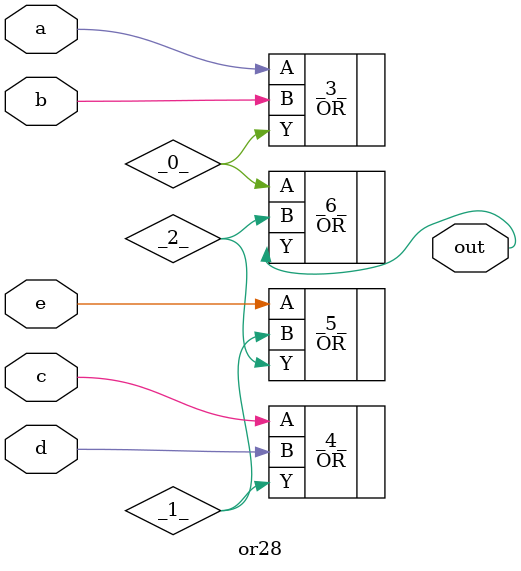
<source format=v>
/* Generated by Yosys 0.41+83 (git sha1 7045cf509, x86_64-w64-mingw32-g++ 13.2.1 -Os) */

/* cells_not_processed =  1  */
/* src = "or28.v:1.1-12.10" */
module or28(a, b, c, d, e, out);
  wire _0_;
  wire _1_;
  wire _2_;
  /* src = "or28.v:2.9-2.10" */
  input a;
  wire a;
  /* src = "or28.v:3.9-3.10" */
  input b;
  wire b;
  /* src = "or28.v:4.9-4.10" */
  input c;
  wire c;
  /* src = "or28.v:5.9-5.10" */
  input d;
  wire d;
  /* src = "or28.v:6.9-6.10" */
  input e;
  wire e;
  /* src = "or28.v:7.10-7.13" */
  output out;
  wire out;
  OR _3_ (
    .A(a),
    .B(b),
    .Y(_0_)
  );
  OR _4_ (
    .A(c),
    .B(d),
    .Y(_1_)
  );
  OR _5_ (
    .A(e),
    .B(_1_),
    .Y(_2_)
  );
  OR _6_ (
    .A(_0_),
    .B(_2_),
    .Y(out)
  );
endmodule

</source>
